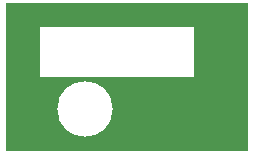
<source format=gbr>
G04 EasyGerb 4 for AutoCAD*
G04 RS274-X Output *
%FSLAX24Y24*%
%MOMM*%
%ADD12C,0.127000*%
%ADD13C,0.007000*%
%ADD14C,4.699354*%
%ADD15R,13.143814X4.296834*%
%ADD16R,20.473078X12.548708*%
%IPPOS*%

%LNBox1_1*%
%LPD*%
G54D16*X188151Y135302D03*
%LNBox2_1*%
%LPC*%
G54D14*X152726Y108201D03*G54D15*X179355Y156540D03*M02*
</source>
